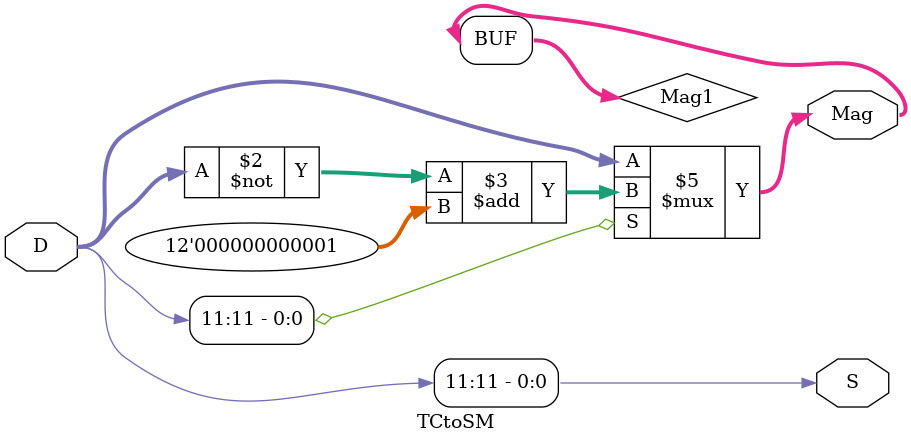
<source format=v>
`timescale 1ns / 1ps
module TCtoSM(
    //Inputs
    D,
    //Outputs
    S, Mag
);    

    input [11:0] D;
    output S;
    output [11:0] Mag;
    
    reg [11:0] Mag1;
        
    always @* begin
    if (D[11])
            Mag1 = ~D + 12'b1;
    else
            Mag1 = D;
    end
    
    assign S = D[11];
    assign Mag = Mag1;
    
endmodule

</source>
